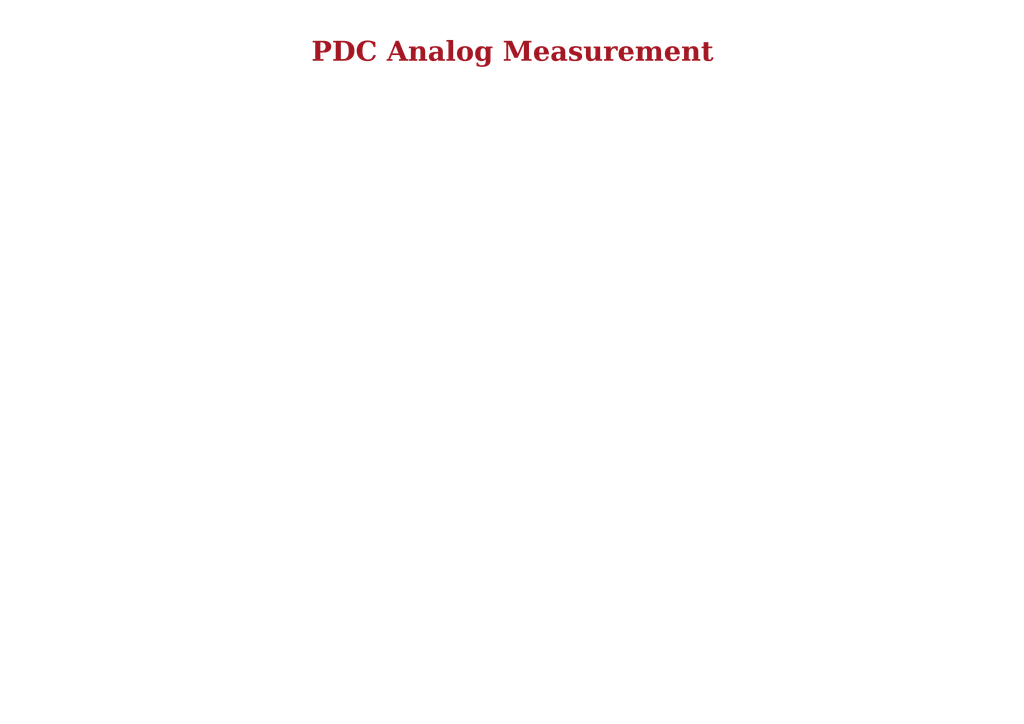
<source format=kicad_sch>
(kicad_sch
	(version 20250114)
	(generator "eeschema")
	(generator_version "9.0")
	(uuid "8d1a4f2b-d846-4fbc-ba45-461c34cfb3f7")
	(paper "A3")
	(title_block
		(title "PDC Analog Measurement")
		(date "2026-02-05")
		(rev "1.0.0")
		(company "DvidMakesThings")
	)
	(lib_symbols)
	(text_box "PDC Analog Measurement"
		(exclude_from_sim no)
		(at 12.7 15.24 0)
		(size 394.97 12.7)
		(margins 5.9999 5.9999 5.9999 5.9999)
		(stroke
			(width -0.0001)
			(type solid)
		)
		(fill
			(type none)
		)
		(effects
			(font
				(face "Times New Roman")
				(size 8 8)
				(thickness 1.2)
				(bold yes)
				(color 162 22 34 1)
			)
		)
		(uuid "037983bd-80f3-4407-b8f6-03070dc8053d")
	)
)

</source>
